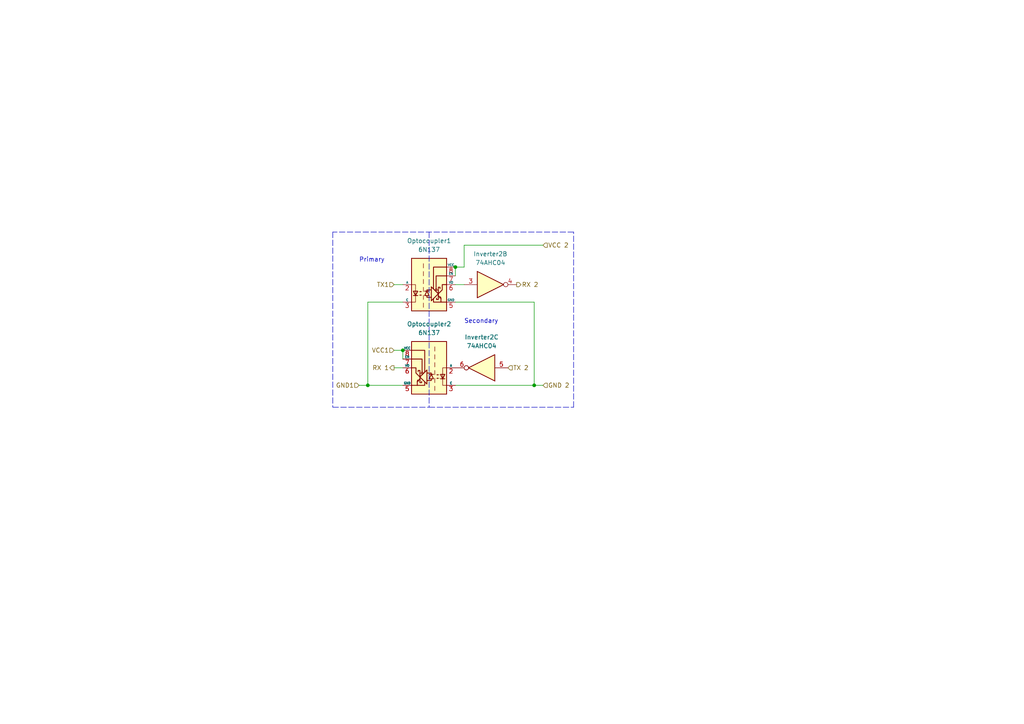
<source format=kicad_sch>
(kicad_sch (version 20211123) (generator eeschema)
  (paper "A4")
  (title_block (title "Optocouplers") (date "2022-09-19") (rev "1") (company "George Mason University") (comment 1 "needed to uninvert the signal. USART is used as the protocol.") (comment 2 "The optocoupler are inverted and these a seperate invertor was") (comment 3 "microcontrollers while still allowing for electrical isolation.") (comment 4 "The optocouplers allow for communication between the two"))
  (lib_symbols
    (symbol "74xx:74AHC04"
      (property "Reference" "U" (at 0 1.27 0))
      (property "Value" "74AHC04" (at 0 -1.27 0))
      (symbol "74AHC04_1_0"
        (polyline (pts (xy -3.81 3.81) (xy -3.81 -3.81) (xy 3.81 0) (xy -3.81 3.81)) (stroke (width 0.254)) (fill (type background)))
        (pin input line (at -7.62 0 0) (length 3.81) (name "~") (number "1"))
        (pin output inverted (at 7.62 0 180) (length 3.81) (name "~") (number "2"))
      )
      (symbol "74AHC04_2_0"
        (polyline (pts (xy -3.81 3.81) (xy -3.81 -3.81) (xy 3.81 0) (xy -3.81 3.81)) (stroke (width 0.254)) (fill (type background)))
        (pin input line (at -7.62 0 0) (length 3.81) (name "~") (number "3"))
        (pin output inverted (at 7.62 0 180) (length 3.81) (name "~") (number "4"))
      )
      (symbol "74AHC04_3_0"
        (polyline (pts (xy -3.81 3.81) (xy -3.81 -3.81) (xy 3.81 0) (xy -3.81 3.81)) (stroke (width 0.254)) (fill (type background)))
        (pin input line (at -7.62 0 0) (length 3.81) (name "~") (number "5"))
        (pin output inverted (at 7.62 0 180) (length 3.81) (name "~") (number "6"))
      )
      (symbol "74AHC04_4_0"
        (polyline (pts (xy -3.81 3.81) (xy -3.81 -3.81) (xy 3.81 0) (xy -3.81 3.81)) (stroke (width 0.254)) (fill (type background)))
        (pin output inverted (at 7.62 0 180) (length 3.81) (name "~") (number "8"))
        (pin input line (at -7.62 0 0) (length 3.81) (name "~") (number "9"))
      )
      (symbol "74AHC04_5_0"
        (polyline (pts (xy -3.81 3.81) (xy -3.81 -3.81) (xy 3.81 0) (xy -3.81 3.81)) (stroke (width 0.254)) (fill (type background)))
        (pin output inverted (at 7.62 0 180) (length 3.81) (name "~") (number "10"))
        (pin input line (at -7.62 0 0) (length 3.81) (name "~") (number "11"))
      )
      (symbol "74AHC04_6_0"
        (polyline (pts (xy -3.81 3.81) (xy -3.81 -3.81) (xy 3.81 0) (xy -3.81 3.81)) (stroke (width 0.254)) (fill (type background)))
        (pin output inverted (at 7.62 0 180) (length 3.81) (name "~") (number "12"))
        (pin input line (at -7.62 0 0) (length 3.81) (name "~") (number "13"))
      )
      (symbol "74AHC04_7_0"
        (pin power_in line (at 0 12.7 270) (length 5.08) (name "VCC") (number "14"))
        (pin power_in line (at 0 -12.7 90) (length 5.08) (name "GND") (number "7"))
      )
      (symbol "74AHC04_7_1"
        (rectangle (start -5.08 7.62) (end 5.08 -7.62) (stroke (width 0.254)) (fill (type background)))
      )
    )
    (symbol "Isolator:6N137" (pin_names (offset 0))
      (property "Reference" "U" (at -4.064 8.89 0))
      (property "Value" "6N137" (at 0 -8.89 0))
      (symbol "6N137_0_1"
        (polyline (pts (xy 2.667 -3.556) (xy 2.667 -1.651)) (stroke (width 0.254)))
        (polyline (pts (xy 2.667 -2.159) (xy 2.667 -2.921)) (stroke (width 0.254)))
        (polyline (pts (xy 3.429 -3.937) (xy 3.429 -5.08)) (stroke (width 0.254)))
        (polyline (pts (xy -0.635 -3.302) (xy -0.635 -3.683) (xy 0.635 -3.683)) (stroke (width 0.254)))
        (polyline (pts (xy -0.635 -1.905) (xy -0.635 -1.524) (xy 0.508 -1.524)) (stroke (width 0.254)))
        (polyline (pts (xy 1.27 -4.064) (xy 1.27 -5.08) (xy 5.08 -5.08)) (stroke (width 0.254)))
        (polyline (pts (xy 1.27 -1.27) (xy 1.27 5.08) (xy 5.08 5.08)) (stroke (width 0.254)))
        (polyline (pts (xy 2.032 -1.27) (xy 2.032 2.54) (xy 5.08 2.54)) (stroke (width 0.254)))
        (polyline (pts (xy -5.08 -5.08) (xy -3.937 -5.08) (xy -3.937 0) (xy -5.08 0)))
        (polyline (pts (xy 2.667 -3.302) (xy 2.667 -4.318) (xy 2.159 -4.318) (xy 2.159 -3.937)) (stroke (width 0.254)))
        (polyline (pts (xy 2.667 -2.667) (xy 0.635 -4.699) (xy 0.635 -0.635) (xy 2.667 -2.667)) (stroke (width 0.254)))
        (polyline (pts (xy 2.667 -1.778) (xy 2.667 -0.762) (xy 3.175 -0.762) (xy 3.175 -1.143)) (stroke (width 0.254)))
        (polyline (pts (xy 2.794 -2.54) (xy 3.81 -1.524) (xy 3.81 0) (xy 5.08 0)) (stroke (width 0.254)))
        (polyline (pts (xy 2.667 -3.175) (xy 3.429 -3.937) (xy 3.302 -3.556) (xy 3.048 -3.81) (xy 3.429 -3.937)) (stroke (width 0.254)))
        (circle (center 2.032 -1.524) (radius 0.254) (stroke (width 0.254)))
      )
      (symbol "6N137_1_1"
        (rectangle (start -5.08 7.62) (end 5.08 -7.62) (stroke (width 0.254)) (fill (type background)))
        (polyline (pts (xy -4.572 -3.175) (xy -3.302 -3.175)) (stroke (width 0.254)))
        (polyline (pts (xy -1.651 -5.334) (xy -1.651 -6.604)))
        (polyline (pts (xy -1.651 -3.048) (xy -1.651 -4.318)))
        (polyline (pts (xy -1.651 -0.762) (xy -1.651 -2.032)))
        (polyline (pts (xy -1.651 1.524) (xy -1.651 0.254)))
        (polyline (pts (xy -1.651 3.81) (xy -1.651 2.54)))
        (polyline (pts (xy -1.651 6.096) (xy -1.651 4.826)))
        (polyline (pts (xy -1.27 -1.905) (xy 0 -1.905)) (stroke (width 0.254)))
        (polyline (pts (xy -3.937 -3.175) (xy -4.572 -1.905) (xy -3.302 -1.905) (xy -3.937 -3.175)) (stroke (width 0.254)))
        (polyline (pts (xy -0.635 -1.905) (xy -1.27 -3.175) (xy 0 -3.175) (xy -0.635 -1.905)) (stroke (width 0.254)))
        (polyline (pts (xy -2.921 -3.048) (xy -2.159 -3.048) (xy -2.54 -3.175) (xy -2.54 -2.921) (xy -2.159 -3.048)) (stroke (width 0.127)))
        (polyline (pts (xy -2.921 -2.032) (xy -2.159 -2.032) (xy -2.54 -2.159) (xy -2.54 -1.905) (xy -2.159 -2.032)) (stroke (width 0.127)))
        (pin no_connect line (at -5.08 5.08 0) (length 2.54) hide (name "NC") (number "1"))
        (pin passive line (at -7.62 0 0) (length 2.54) (name "A") (number "2"))
        (pin passive line (at -7.62 -5.08 0) (length 2.54) (name "C") (number "3"))
        (pin power_in line (at 7.62 -5.08 180) (length 2.54) (name "GND") (number "5"))
        (pin open_collector line (at 7.62 0 180) (length 2.54) (name "VO") (number "6"))
        (pin input line (at 7.62 2.54 180) (length 2.54) (name "EN") (number "7"))
        (pin power_in line (at 7.62 5.08 180) (length 2.54) (name "VCC") (number "8"))
      )
    )
  )
  (junction (at 132.08 77.47))
  (junction (at 154.94 111.76))
  (junction (at 106.68 111.76))
  (junction (at 116.84 101.6))
  (wire (pts (xy 114.3 82.55) (xy 116.84 82.55)))
  (wire (pts (xy 132.08 111.76) (xy 154.94 111.76)))
  (polyline (pts (xy 96.52 67.31) (xy 96.52 118.11)))
  (wire (pts (xy 114.3 101.6) (xy 116.84 101.6)))
  (wire (pts (xy 132.08 82.55) (xy 134.62 82.55)))
  (wire (pts (xy 106.68 111.76) (xy 116.84 111.76)))
  (wire (pts (xy 114.3 106.68) (xy 116.84 106.68)))
  (polyline (pts (xy 124.46 67.31) (xy 124.46 118.11)))
  (wire (pts (xy 104.14 111.76) (xy 106.68 111.76)))
  (wire (pts (xy 154.94 111.76) (xy 157.48 111.76)))
  (wire (pts (xy 132.08 87.63) (xy 154.94 87.63)))
  (wire (pts (xy 134.62 71.12) (xy 157.48 71.12)))
  (wire (pts (xy 116.84 101.6) (xy 116.84 104.14)))
  (wire (pts (xy 134.62 71.12) (xy 134.62 77.47)))
  (wire (pts (xy 116.84 87.63) (xy 106.68 87.63)))
  (wire (pts (xy 154.94 87.63) (xy 154.94 111.76)))
  (polyline (pts (xy 166.37 67.31) (xy 96.52 67.31)))
  (polyline (pts (xy 96.52 118.11) (xy 124.46 118.11)))
  (wire (pts (xy 132.08 77.47) (xy 134.62 77.47)))
  (wire (pts (xy 132.08 77.47) (xy 132.08 80.01)))
  (polyline (pts (xy 124.46 118.11) (xy 166.37 118.11)))
  (polyline (pts (xy 166.37 118.11) (xy 166.37 67.31)))
  (wire (pts (xy 106.68 87.63) (xy 106.68 111.76)))
  (text "Primary" (at 104.14 76.2 0) (effects (font (size 1.27 1.27)) (justify left bottom)))
  (text "Secondary" (at 134.62 93.98 0) (effects (font (size 1.27 1.27)) (justify left bottom)))
  (hierarchical_label "GND1" (shape input) (at 104.14 111.76 180))
  (hierarchical_label "RX 1" (shape output) (at 114.3 106.68 180))
  (hierarchical_label "GND 2" (shape input) (at 157.48 111.76 0))
  (hierarchical_label "VCC 2" (shape input) (at 157.48 71.12 0))
  (hierarchical_label "RX 2" (shape output) (at 149.86 82.55 0))
  (hierarchical_label "VCC1" (shape input) (at 114.3 101.6 180))
  (hierarchical_label "TX1" (shape input) (at 114.3 82.55 180))
  (hierarchical_label "TX 2" (shape input) (at 147.32 106.68 0))
  (symbol (lib_id "74xx:74AHC04") (at 142.24 82.55 0) (unit 2)
    (property "Reference" "Inverter2" (at 142.24 73.66 0))
    (property "Value" "74AHC04" (at 142.24 76.2 0))
    (property "Footprint" "Package_DIP:DIP-14_W7.62mm" (effects hide))
    (property "Datasheet" "https://assets.nexperia.com/documents/data-sheet/74AHC_AHCT04.pdf" (effects hide))
  )
  (symbol (lib_id "74xx:74AHC04") (at 139.7 106.68 180) (unit 3)
    (property "Reference" "Inverter2" (at 139.7 97.79 0))
    (property "Value" "74AHC04" (at 139.7 100.33 0))
    (property "Footprint" "Package_DIP:DIP-14_W7.62mm" (effects hide))
    (property "Datasheet" "https://assets.nexperia.com/documents/data-sheet/74AHC_AHCT04.pdf" (effects hide))
  )
  (symbol (lib_id "Isolator:6N137") (at 124.46 106.68 0) (mirror y) (unit 1)
    (property "Reference" "Optocoupler2" (at 124.46 93.98 0))
    (property "Value" "6N137" (at 124.46 96.52 0))
    (property "Footprint" "Package_DIP:DIP-8_W7.62mm" (effects hide))
    (property "Datasheet" "https://docs.broadcom.com/docs/AV02-0940EN" (effects hide))
  )
  (symbol (lib_id "Isolator:6N137") (at 124.46 82.55 0) (unit 1)
    (property "Reference" "Optocoupler1" (at 124.46 69.85 0))
    (property "Value" "6N137" (at 124.46 72.39 0))
    (property "Footprint" "Package_DIP:DIP-8_W7.62mm" (effects hide))
    (property "Datasheet" "https://docs.broadcom.com/docs/AV02-0940EN" (effects hide))
  )
)
</source>
